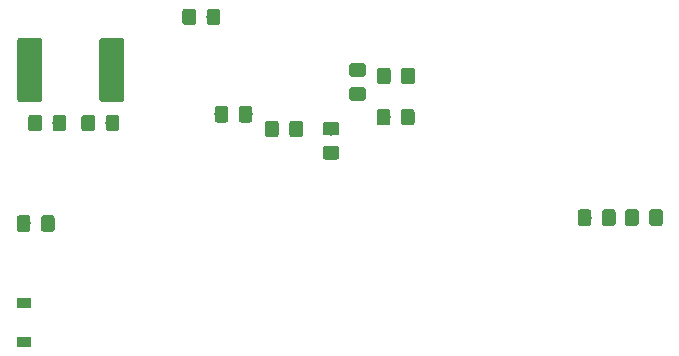
<source format=gtp>
%TF.GenerationSoftware,KiCad,Pcbnew,5.0.2+dfsg1-1*%
%TF.CreationDate,2022-04-21T18:12:01+09:00*%
%TF.ProjectId,car-psu-generic,6361722d-7073-4752-9d67-656e65726963,rev?*%
%TF.SameCoordinates,Original*%
%TF.FileFunction,Paste,Top*%
%TF.FilePolarity,Positive*%
%FSLAX46Y46*%
G04 Gerber Fmt 4.6, Leading zero omitted, Abs format (unit mm)*
G04 Created by KiCad (PCBNEW 5.0.2+dfsg1-1) date Thu 21 Apr 2022 06:12:01 PM JST*
%MOMM*%
%LPD*%
G01*
G04 APERTURE LIST*
%ADD10C,0.100000*%
%ADD11C,1.150000*%
%ADD12C,2.100000*%
%ADD13R,1.200000X0.900000*%
G04 APERTURE END LIST*
D10*
G36*
X128799505Y-65301204D02*
X128823773Y-65304804D01*
X128847572Y-65310765D01*
X128870671Y-65319030D01*
X128892850Y-65329520D01*
X128913893Y-65342132D01*
X128933599Y-65356747D01*
X128951777Y-65373223D01*
X128968253Y-65391401D01*
X128982868Y-65411107D01*
X128995480Y-65432150D01*
X129005970Y-65454329D01*
X129014235Y-65477428D01*
X129020196Y-65501227D01*
X129023796Y-65525495D01*
X129025000Y-65549999D01*
X129025000Y-66450001D01*
X129023796Y-66474505D01*
X129020196Y-66498773D01*
X129014235Y-66522572D01*
X129005970Y-66545671D01*
X128995480Y-66567850D01*
X128982868Y-66588893D01*
X128968253Y-66608599D01*
X128951777Y-66626777D01*
X128933599Y-66643253D01*
X128913893Y-66657868D01*
X128892850Y-66670480D01*
X128870671Y-66680970D01*
X128847572Y-66689235D01*
X128823773Y-66695196D01*
X128799505Y-66698796D01*
X128775001Y-66700000D01*
X128124999Y-66700000D01*
X128100495Y-66698796D01*
X128076227Y-66695196D01*
X128052428Y-66689235D01*
X128029329Y-66680970D01*
X128007150Y-66670480D01*
X127986107Y-66657868D01*
X127966401Y-66643253D01*
X127948223Y-66626777D01*
X127931747Y-66608599D01*
X127917132Y-66588893D01*
X127904520Y-66567850D01*
X127894030Y-66545671D01*
X127885765Y-66522572D01*
X127879804Y-66498773D01*
X127876204Y-66474505D01*
X127875000Y-66450001D01*
X127875000Y-65549999D01*
X127876204Y-65525495D01*
X127879804Y-65501227D01*
X127885765Y-65477428D01*
X127894030Y-65454329D01*
X127904520Y-65432150D01*
X127917132Y-65411107D01*
X127931747Y-65391401D01*
X127948223Y-65373223D01*
X127966401Y-65356747D01*
X127986107Y-65342132D01*
X128007150Y-65329520D01*
X128029329Y-65319030D01*
X128052428Y-65310765D01*
X128076227Y-65304804D01*
X128100495Y-65301204D01*
X128124999Y-65300000D01*
X128775001Y-65300000D01*
X128799505Y-65301204D01*
X128799505Y-65301204D01*
G37*
D11*
X128450000Y-66000000D03*
D10*
G36*
X130849505Y-65301204D02*
X130873773Y-65304804D01*
X130897572Y-65310765D01*
X130920671Y-65319030D01*
X130942850Y-65329520D01*
X130963893Y-65342132D01*
X130983599Y-65356747D01*
X131001777Y-65373223D01*
X131018253Y-65391401D01*
X131032868Y-65411107D01*
X131045480Y-65432150D01*
X131055970Y-65454329D01*
X131064235Y-65477428D01*
X131070196Y-65501227D01*
X131073796Y-65525495D01*
X131075000Y-65549999D01*
X131075000Y-66450001D01*
X131073796Y-66474505D01*
X131070196Y-66498773D01*
X131064235Y-66522572D01*
X131055970Y-66545671D01*
X131045480Y-66567850D01*
X131032868Y-66588893D01*
X131018253Y-66608599D01*
X131001777Y-66626777D01*
X130983599Y-66643253D01*
X130963893Y-66657868D01*
X130942850Y-66670480D01*
X130920671Y-66680970D01*
X130897572Y-66689235D01*
X130873773Y-66695196D01*
X130849505Y-66698796D01*
X130825001Y-66700000D01*
X130174999Y-66700000D01*
X130150495Y-66698796D01*
X130126227Y-66695196D01*
X130102428Y-66689235D01*
X130079329Y-66680970D01*
X130057150Y-66670480D01*
X130036107Y-66657868D01*
X130016401Y-66643253D01*
X129998223Y-66626777D01*
X129981747Y-66608599D01*
X129967132Y-66588893D01*
X129954520Y-66567850D01*
X129944030Y-66545671D01*
X129935765Y-66522572D01*
X129929804Y-66498773D01*
X129926204Y-66474505D01*
X129925000Y-66450001D01*
X129925000Y-65549999D01*
X129926204Y-65525495D01*
X129929804Y-65501227D01*
X129935765Y-65477428D01*
X129944030Y-65454329D01*
X129954520Y-65432150D01*
X129967132Y-65411107D01*
X129981747Y-65391401D01*
X129998223Y-65373223D01*
X130016401Y-65356747D01*
X130036107Y-65342132D01*
X130057150Y-65329520D01*
X130079329Y-65319030D01*
X130102428Y-65310765D01*
X130126227Y-65304804D01*
X130150495Y-65301204D01*
X130174999Y-65300000D01*
X130825001Y-65300000D01*
X130849505Y-65301204D01*
X130849505Y-65301204D01*
G37*
D11*
X130500000Y-66000000D03*
D10*
G36*
X145824505Y-73801204D02*
X145848773Y-73804804D01*
X145872572Y-73810765D01*
X145895671Y-73819030D01*
X145917850Y-73829520D01*
X145938893Y-73842132D01*
X145958599Y-73856747D01*
X145976777Y-73873223D01*
X145993253Y-73891401D01*
X146007868Y-73911107D01*
X146020480Y-73932150D01*
X146030970Y-73954329D01*
X146039235Y-73977428D01*
X146045196Y-74001227D01*
X146048796Y-74025495D01*
X146050000Y-74049999D01*
X146050000Y-74950001D01*
X146048796Y-74974505D01*
X146045196Y-74998773D01*
X146039235Y-75022572D01*
X146030970Y-75045671D01*
X146020480Y-75067850D01*
X146007868Y-75088893D01*
X145993253Y-75108599D01*
X145976777Y-75126777D01*
X145958599Y-75143253D01*
X145938893Y-75157868D01*
X145917850Y-75170480D01*
X145895671Y-75180970D01*
X145872572Y-75189235D01*
X145848773Y-75195196D01*
X145824505Y-75198796D01*
X145800001Y-75200000D01*
X145149999Y-75200000D01*
X145125495Y-75198796D01*
X145101227Y-75195196D01*
X145077428Y-75189235D01*
X145054329Y-75180970D01*
X145032150Y-75170480D01*
X145011107Y-75157868D01*
X144991401Y-75143253D01*
X144973223Y-75126777D01*
X144956747Y-75108599D01*
X144942132Y-75088893D01*
X144929520Y-75067850D01*
X144919030Y-75045671D01*
X144910765Y-75022572D01*
X144904804Y-74998773D01*
X144901204Y-74974505D01*
X144900000Y-74950001D01*
X144900000Y-74049999D01*
X144901204Y-74025495D01*
X144904804Y-74001227D01*
X144910765Y-73977428D01*
X144919030Y-73954329D01*
X144929520Y-73932150D01*
X144942132Y-73911107D01*
X144956747Y-73891401D01*
X144973223Y-73873223D01*
X144991401Y-73856747D01*
X145011107Y-73842132D01*
X145032150Y-73829520D01*
X145054329Y-73819030D01*
X145077428Y-73810765D01*
X145101227Y-73804804D01*
X145125495Y-73801204D01*
X145149999Y-73800000D01*
X145800001Y-73800000D01*
X145824505Y-73801204D01*
X145824505Y-73801204D01*
G37*
D11*
X145475000Y-74500000D03*
D10*
G36*
X147874505Y-73801204D02*
X147898773Y-73804804D01*
X147922572Y-73810765D01*
X147945671Y-73819030D01*
X147967850Y-73829520D01*
X147988893Y-73842132D01*
X148008599Y-73856747D01*
X148026777Y-73873223D01*
X148043253Y-73891401D01*
X148057868Y-73911107D01*
X148070480Y-73932150D01*
X148080970Y-73954329D01*
X148089235Y-73977428D01*
X148095196Y-74001227D01*
X148098796Y-74025495D01*
X148100000Y-74049999D01*
X148100000Y-74950001D01*
X148098796Y-74974505D01*
X148095196Y-74998773D01*
X148089235Y-75022572D01*
X148080970Y-75045671D01*
X148070480Y-75067850D01*
X148057868Y-75088893D01*
X148043253Y-75108599D01*
X148026777Y-75126777D01*
X148008599Y-75143253D01*
X147988893Y-75157868D01*
X147967850Y-75170480D01*
X147945671Y-75180970D01*
X147922572Y-75189235D01*
X147898773Y-75195196D01*
X147874505Y-75198796D01*
X147850001Y-75200000D01*
X147199999Y-75200000D01*
X147175495Y-75198796D01*
X147151227Y-75195196D01*
X147127428Y-75189235D01*
X147104329Y-75180970D01*
X147082150Y-75170480D01*
X147061107Y-75157868D01*
X147041401Y-75143253D01*
X147023223Y-75126777D01*
X147006747Y-75108599D01*
X146992132Y-75088893D01*
X146979520Y-75067850D01*
X146969030Y-75045671D01*
X146960765Y-75022572D01*
X146954804Y-74998773D01*
X146951204Y-74974505D01*
X146950000Y-74950001D01*
X146950000Y-74049999D01*
X146951204Y-74025495D01*
X146954804Y-74001227D01*
X146960765Y-73977428D01*
X146969030Y-73954329D01*
X146979520Y-73932150D01*
X146992132Y-73911107D01*
X147006747Y-73891401D01*
X147023223Y-73873223D01*
X147041401Y-73856747D01*
X147061107Y-73842132D01*
X147082150Y-73829520D01*
X147104329Y-73819030D01*
X147127428Y-73810765D01*
X147151227Y-73804804D01*
X147175495Y-73801204D01*
X147199999Y-73800000D01*
X147850001Y-73800000D01*
X147874505Y-73801204D01*
X147874505Y-73801204D01*
G37*
D11*
X147525000Y-74500000D03*
D10*
G36*
X106274504Y-59276204D02*
X106298773Y-59279804D01*
X106322571Y-59285765D01*
X106345671Y-59294030D01*
X106367849Y-59304520D01*
X106388893Y-59317133D01*
X106408598Y-59331747D01*
X106426777Y-59348223D01*
X106443253Y-59366402D01*
X106457867Y-59386107D01*
X106470480Y-59407151D01*
X106480970Y-59429329D01*
X106489235Y-59452429D01*
X106495196Y-59476227D01*
X106498796Y-59500496D01*
X106500000Y-59525000D01*
X106500000Y-64475000D01*
X106498796Y-64499504D01*
X106495196Y-64523773D01*
X106489235Y-64547571D01*
X106480970Y-64570671D01*
X106470480Y-64592849D01*
X106457867Y-64613893D01*
X106443253Y-64633598D01*
X106426777Y-64651777D01*
X106408598Y-64668253D01*
X106388893Y-64682867D01*
X106367849Y-64695480D01*
X106345671Y-64705970D01*
X106322571Y-64714235D01*
X106298773Y-64720196D01*
X106274504Y-64723796D01*
X106250000Y-64725000D01*
X104650000Y-64725000D01*
X104625496Y-64723796D01*
X104601227Y-64720196D01*
X104577429Y-64714235D01*
X104554329Y-64705970D01*
X104532151Y-64695480D01*
X104511107Y-64682867D01*
X104491402Y-64668253D01*
X104473223Y-64651777D01*
X104456747Y-64633598D01*
X104442133Y-64613893D01*
X104429520Y-64592849D01*
X104419030Y-64570671D01*
X104410765Y-64547571D01*
X104404804Y-64523773D01*
X104401204Y-64499504D01*
X104400000Y-64475000D01*
X104400000Y-59525000D01*
X104401204Y-59500496D01*
X104404804Y-59476227D01*
X104410765Y-59452429D01*
X104419030Y-59429329D01*
X104429520Y-59407151D01*
X104442133Y-59386107D01*
X104456747Y-59366402D01*
X104473223Y-59348223D01*
X104491402Y-59331747D01*
X104511107Y-59317133D01*
X104532151Y-59304520D01*
X104554329Y-59294030D01*
X104577429Y-59285765D01*
X104601227Y-59279804D01*
X104625496Y-59276204D01*
X104650000Y-59275000D01*
X106250000Y-59275000D01*
X106274504Y-59276204D01*
X106274504Y-59276204D01*
G37*
D12*
X105450000Y-62000000D03*
D10*
G36*
X99324504Y-59276204D02*
X99348773Y-59279804D01*
X99372571Y-59285765D01*
X99395671Y-59294030D01*
X99417849Y-59304520D01*
X99438893Y-59317133D01*
X99458598Y-59331747D01*
X99476777Y-59348223D01*
X99493253Y-59366402D01*
X99507867Y-59386107D01*
X99520480Y-59407151D01*
X99530970Y-59429329D01*
X99539235Y-59452429D01*
X99545196Y-59476227D01*
X99548796Y-59500496D01*
X99550000Y-59525000D01*
X99550000Y-64475000D01*
X99548796Y-64499504D01*
X99545196Y-64523773D01*
X99539235Y-64547571D01*
X99530970Y-64570671D01*
X99520480Y-64592849D01*
X99507867Y-64613893D01*
X99493253Y-64633598D01*
X99476777Y-64651777D01*
X99458598Y-64668253D01*
X99438893Y-64682867D01*
X99417849Y-64695480D01*
X99395671Y-64705970D01*
X99372571Y-64714235D01*
X99348773Y-64720196D01*
X99324504Y-64723796D01*
X99300000Y-64725000D01*
X97700000Y-64725000D01*
X97675496Y-64723796D01*
X97651227Y-64720196D01*
X97627429Y-64714235D01*
X97604329Y-64705970D01*
X97582151Y-64695480D01*
X97561107Y-64682867D01*
X97541402Y-64668253D01*
X97523223Y-64651777D01*
X97506747Y-64633598D01*
X97492133Y-64613893D01*
X97479520Y-64592849D01*
X97469030Y-64570671D01*
X97460765Y-64547571D01*
X97454804Y-64523773D01*
X97451204Y-64499504D01*
X97450000Y-64475000D01*
X97450000Y-59525000D01*
X97451204Y-59500496D01*
X97454804Y-59476227D01*
X97460765Y-59452429D01*
X97469030Y-59429329D01*
X97479520Y-59407151D01*
X97492133Y-59386107D01*
X97506747Y-59366402D01*
X97523223Y-59348223D01*
X97541402Y-59331747D01*
X97561107Y-59317133D01*
X97582151Y-59304520D01*
X97604329Y-59294030D01*
X97627429Y-59285765D01*
X97651227Y-59279804D01*
X97675496Y-59276204D01*
X97700000Y-59275000D01*
X99300000Y-59275000D01*
X99324504Y-59276204D01*
X99324504Y-59276204D01*
G37*
D12*
X98500000Y-62000000D03*
D10*
G36*
X103799505Y-65801204D02*
X103823773Y-65804804D01*
X103847572Y-65810765D01*
X103870671Y-65819030D01*
X103892850Y-65829520D01*
X103913893Y-65842132D01*
X103933599Y-65856747D01*
X103951777Y-65873223D01*
X103968253Y-65891401D01*
X103982868Y-65911107D01*
X103995480Y-65932150D01*
X104005970Y-65954329D01*
X104014235Y-65977428D01*
X104020196Y-66001227D01*
X104023796Y-66025495D01*
X104025000Y-66049999D01*
X104025000Y-66950001D01*
X104023796Y-66974505D01*
X104020196Y-66998773D01*
X104014235Y-67022572D01*
X104005970Y-67045671D01*
X103995480Y-67067850D01*
X103982868Y-67088893D01*
X103968253Y-67108599D01*
X103951777Y-67126777D01*
X103933599Y-67143253D01*
X103913893Y-67157868D01*
X103892850Y-67170480D01*
X103870671Y-67180970D01*
X103847572Y-67189235D01*
X103823773Y-67195196D01*
X103799505Y-67198796D01*
X103775001Y-67200000D01*
X103124999Y-67200000D01*
X103100495Y-67198796D01*
X103076227Y-67195196D01*
X103052428Y-67189235D01*
X103029329Y-67180970D01*
X103007150Y-67170480D01*
X102986107Y-67157868D01*
X102966401Y-67143253D01*
X102948223Y-67126777D01*
X102931747Y-67108599D01*
X102917132Y-67088893D01*
X102904520Y-67067850D01*
X102894030Y-67045671D01*
X102885765Y-67022572D01*
X102879804Y-66998773D01*
X102876204Y-66974505D01*
X102875000Y-66950001D01*
X102875000Y-66049999D01*
X102876204Y-66025495D01*
X102879804Y-66001227D01*
X102885765Y-65977428D01*
X102894030Y-65954329D01*
X102904520Y-65932150D01*
X102917132Y-65911107D01*
X102931747Y-65891401D01*
X102948223Y-65873223D01*
X102966401Y-65856747D01*
X102986107Y-65842132D01*
X103007150Y-65829520D01*
X103029329Y-65819030D01*
X103052428Y-65810765D01*
X103076227Y-65804804D01*
X103100495Y-65801204D01*
X103124999Y-65800000D01*
X103775001Y-65800000D01*
X103799505Y-65801204D01*
X103799505Y-65801204D01*
G37*
D11*
X103450000Y-66500000D03*
D10*
G36*
X105849505Y-65801204D02*
X105873773Y-65804804D01*
X105897572Y-65810765D01*
X105920671Y-65819030D01*
X105942850Y-65829520D01*
X105963893Y-65842132D01*
X105983599Y-65856747D01*
X106001777Y-65873223D01*
X106018253Y-65891401D01*
X106032868Y-65911107D01*
X106045480Y-65932150D01*
X106055970Y-65954329D01*
X106064235Y-65977428D01*
X106070196Y-66001227D01*
X106073796Y-66025495D01*
X106075000Y-66049999D01*
X106075000Y-66950001D01*
X106073796Y-66974505D01*
X106070196Y-66998773D01*
X106064235Y-67022572D01*
X106055970Y-67045671D01*
X106045480Y-67067850D01*
X106032868Y-67088893D01*
X106018253Y-67108599D01*
X106001777Y-67126777D01*
X105983599Y-67143253D01*
X105963893Y-67157868D01*
X105942850Y-67170480D01*
X105920671Y-67180970D01*
X105897572Y-67189235D01*
X105873773Y-67195196D01*
X105849505Y-67198796D01*
X105825001Y-67200000D01*
X105174999Y-67200000D01*
X105150495Y-67198796D01*
X105126227Y-67195196D01*
X105102428Y-67189235D01*
X105079329Y-67180970D01*
X105057150Y-67170480D01*
X105036107Y-67157868D01*
X105016401Y-67143253D01*
X104998223Y-67126777D01*
X104981747Y-67108599D01*
X104967132Y-67088893D01*
X104954520Y-67067850D01*
X104944030Y-67045671D01*
X104935765Y-67022572D01*
X104929804Y-66998773D01*
X104926204Y-66974505D01*
X104925000Y-66950001D01*
X104925000Y-66049999D01*
X104926204Y-66025495D01*
X104929804Y-66001227D01*
X104935765Y-65977428D01*
X104944030Y-65954329D01*
X104954520Y-65932150D01*
X104967132Y-65911107D01*
X104981747Y-65891401D01*
X104998223Y-65873223D01*
X105016401Y-65856747D01*
X105036107Y-65842132D01*
X105057150Y-65829520D01*
X105079329Y-65819030D01*
X105102428Y-65810765D01*
X105126227Y-65804804D01*
X105150495Y-65801204D01*
X105174999Y-65800000D01*
X105825001Y-65800000D01*
X105849505Y-65801204D01*
X105849505Y-65801204D01*
G37*
D11*
X105500000Y-66500000D03*
D10*
G36*
X112349505Y-56801204D02*
X112373773Y-56804804D01*
X112397572Y-56810765D01*
X112420671Y-56819030D01*
X112442850Y-56829520D01*
X112463893Y-56842132D01*
X112483599Y-56856747D01*
X112501777Y-56873223D01*
X112518253Y-56891401D01*
X112532868Y-56911107D01*
X112545480Y-56932150D01*
X112555970Y-56954329D01*
X112564235Y-56977428D01*
X112570196Y-57001227D01*
X112573796Y-57025495D01*
X112575000Y-57049999D01*
X112575000Y-57950001D01*
X112573796Y-57974505D01*
X112570196Y-57998773D01*
X112564235Y-58022572D01*
X112555970Y-58045671D01*
X112545480Y-58067850D01*
X112532868Y-58088893D01*
X112518253Y-58108599D01*
X112501777Y-58126777D01*
X112483599Y-58143253D01*
X112463893Y-58157868D01*
X112442850Y-58170480D01*
X112420671Y-58180970D01*
X112397572Y-58189235D01*
X112373773Y-58195196D01*
X112349505Y-58198796D01*
X112325001Y-58200000D01*
X111674999Y-58200000D01*
X111650495Y-58198796D01*
X111626227Y-58195196D01*
X111602428Y-58189235D01*
X111579329Y-58180970D01*
X111557150Y-58170480D01*
X111536107Y-58157868D01*
X111516401Y-58143253D01*
X111498223Y-58126777D01*
X111481747Y-58108599D01*
X111467132Y-58088893D01*
X111454520Y-58067850D01*
X111444030Y-58045671D01*
X111435765Y-58022572D01*
X111429804Y-57998773D01*
X111426204Y-57974505D01*
X111425000Y-57950001D01*
X111425000Y-57049999D01*
X111426204Y-57025495D01*
X111429804Y-57001227D01*
X111435765Y-56977428D01*
X111444030Y-56954329D01*
X111454520Y-56932150D01*
X111467132Y-56911107D01*
X111481747Y-56891401D01*
X111498223Y-56873223D01*
X111516401Y-56856747D01*
X111536107Y-56842132D01*
X111557150Y-56829520D01*
X111579329Y-56819030D01*
X111602428Y-56810765D01*
X111626227Y-56804804D01*
X111650495Y-56801204D01*
X111674999Y-56800000D01*
X112325001Y-56800000D01*
X112349505Y-56801204D01*
X112349505Y-56801204D01*
G37*
D11*
X112000000Y-57500000D03*
D10*
G36*
X114399505Y-56801204D02*
X114423773Y-56804804D01*
X114447572Y-56810765D01*
X114470671Y-56819030D01*
X114492850Y-56829520D01*
X114513893Y-56842132D01*
X114533599Y-56856747D01*
X114551777Y-56873223D01*
X114568253Y-56891401D01*
X114582868Y-56911107D01*
X114595480Y-56932150D01*
X114605970Y-56954329D01*
X114614235Y-56977428D01*
X114620196Y-57001227D01*
X114623796Y-57025495D01*
X114625000Y-57049999D01*
X114625000Y-57950001D01*
X114623796Y-57974505D01*
X114620196Y-57998773D01*
X114614235Y-58022572D01*
X114605970Y-58045671D01*
X114595480Y-58067850D01*
X114582868Y-58088893D01*
X114568253Y-58108599D01*
X114551777Y-58126777D01*
X114533599Y-58143253D01*
X114513893Y-58157868D01*
X114492850Y-58170480D01*
X114470671Y-58180970D01*
X114447572Y-58189235D01*
X114423773Y-58195196D01*
X114399505Y-58198796D01*
X114375001Y-58200000D01*
X113724999Y-58200000D01*
X113700495Y-58198796D01*
X113676227Y-58195196D01*
X113652428Y-58189235D01*
X113629329Y-58180970D01*
X113607150Y-58170480D01*
X113586107Y-58157868D01*
X113566401Y-58143253D01*
X113548223Y-58126777D01*
X113531747Y-58108599D01*
X113517132Y-58088893D01*
X113504520Y-58067850D01*
X113494030Y-58045671D01*
X113485765Y-58022572D01*
X113479804Y-57998773D01*
X113476204Y-57974505D01*
X113475000Y-57950001D01*
X113475000Y-57049999D01*
X113476204Y-57025495D01*
X113479804Y-57001227D01*
X113485765Y-56977428D01*
X113494030Y-56954329D01*
X113504520Y-56932150D01*
X113517132Y-56911107D01*
X113531747Y-56891401D01*
X113548223Y-56873223D01*
X113566401Y-56856747D01*
X113586107Y-56842132D01*
X113607150Y-56829520D01*
X113629329Y-56819030D01*
X113652428Y-56810765D01*
X113676227Y-56804804D01*
X113700495Y-56801204D01*
X113724999Y-56800000D01*
X114375001Y-56800000D01*
X114399505Y-56801204D01*
X114399505Y-56801204D01*
G37*
D11*
X114050000Y-57500000D03*
D10*
G36*
X149824505Y-73801204D02*
X149848773Y-73804804D01*
X149872572Y-73810765D01*
X149895671Y-73819030D01*
X149917850Y-73829520D01*
X149938893Y-73842132D01*
X149958599Y-73856747D01*
X149976777Y-73873223D01*
X149993253Y-73891401D01*
X150007868Y-73911107D01*
X150020480Y-73932150D01*
X150030970Y-73954329D01*
X150039235Y-73977428D01*
X150045196Y-74001227D01*
X150048796Y-74025495D01*
X150050000Y-74049999D01*
X150050000Y-74950001D01*
X150048796Y-74974505D01*
X150045196Y-74998773D01*
X150039235Y-75022572D01*
X150030970Y-75045671D01*
X150020480Y-75067850D01*
X150007868Y-75088893D01*
X149993253Y-75108599D01*
X149976777Y-75126777D01*
X149958599Y-75143253D01*
X149938893Y-75157868D01*
X149917850Y-75170480D01*
X149895671Y-75180970D01*
X149872572Y-75189235D01*
X149848773Y-75195196D01*
X149824505Y-75198796D01*
X149800001Y-75200000D01*
X149149999Y-75200000D01*
X149125495Y-75198796D01*
X149101227Y-75195196D01*
X149077428Y-75189235D01*
X149054329Y-75180970D01*
X149032150Y-75170480D01*
X149011107Y-75157868D01*
X148991401Y-75143253D01*
X148973223Y-75126777D01*
X148956747Y-75108599D01*
X148942132Y-75088893D01*
X148929520Y-75067850D01*
X148919030Y-75045671D01*
X148910765Y-75022572D01*
X148904804Y-74998773D01*
X148901204Y-74974505D01*
X148900000Y-74950001D01*
X148900000Y-74049999D01*
X148901204Y-74025495D01*
X148904804Y-74001227D01*
X148910765Y-73977428D01*
X148919030Y-73954329D01*
X148929520Y-73932150D01*
X148942132Y-73911107D01*
X148956747Y-73891401D01*
X148973223Y-73873223D01*
X148991401Y-73856747D01*
X149011107Y-73842132D01*
X149032150Y-73829520D01*
X149054329Y-73819030D01*
X149077428Y-73810765D01*
X149101227Y-73804804D01*
X149125495Y-73801204D01*
X149149999Y-73800000D01*
X149800001Y-73800000D01*
X149824505Y-73801204D01*
X149824505Y-73801204D01*
G37*
D11*
X149475000Y-74500000D03*
D10*
G36*
X151874505Y-73801204D02*
X151898773Y-73804804D01*
X151922572Y-73810765D01*
X151945671Y-73819030D01*
X151967850Y-73829520D01*
X151988893Y-73842132D01*
X152008599Y-73856747D01*
X152026777Y-73873223D01*
X152043253Y-73891401D01*
X152057868Y-73911107D01*
X152070480Y-73932150D01*
X152080970Y-73954329D01*
X152089235Y-73977428D01*
X152095196Y-74001227D01*
X152098796Y-74025495D01*
X152100000Y-74049999D01*
X152100000Y-74950001D01*
X152098796Y-74974505D01*
X152095196Y-74998773D01*
X152089235Y-75022572D01*
X152080970Y-75045671D01*
X152070480Y-75067850D01*
X152057868Y-75088893D01*
X152043253Y-75108599D01*
X152026777Y-75126777D01*
X152008599Y-75143253D01*
X151988893Y-75157868D01*
X151967850Y-75170480D01*
X151945671Y-75180970D01*
X151922572Y-75189235D01*
X151898773Y-75195196D01*
X151874505Y-75198796D01*
X151850001Y-75200000D01*
X151199999Y-75200000D01*
X151175495Y-75198796D01*
X151151227Y-75195196D01*
X151127428Y-75189235D01*
X151104329Y-75180970D01*
X151082150Y-75170480D01*
X151061107Y-75157868D01*
X151041401Y-75143253D01*
X151023223Y-75126777D01*
X151006747Y-75108599D01*
X150992132Y-75088893D01*
X150979520Y-75067850D01*
X150969030Y-75045671D01*
X150960765Y-75022572D01*
X150954804Y-74998773D01*
X150951204Y-74974505D01*
X150950000Y-74950001D01*
X150950000Y-74049999D01*
X150951204Y-74025495D01*
X150954804Y-74001227D01*
X150960765Y-73977428D01*
X150969030Y-73954329D01*
X150979520Y-73932150D01*
X150992132Y-73911107D01*
X151006747Y-73891401D01*
X151023223Y-73873223D01*
X151041401Y-73856747D01*
X151061107Y-73842132D01*
X151082150Y-73829520D01*
X151104329Y-73819030D01*
X151127428Y-73810765D01*
X151151227Y-73804804D01*
X151175495Y-73801204D01*
X151199999Y-73800000D01*
X151850001Y-73800000D01*
X151874505Y-73801204D01*
X151874505Y-73801204D01*
G37*
D11*
X151525000Y-74500000D03*
D10*
G36*
X99299505Y-65801204D02*
X99323773Y-65804804D01*
X99347572Y-65810765D01*
X99370671Y-65819030D01*
X99392850Y-65829520D01*
X99413893Y-65842132D01*
X99433599Y-65856747D01*
X99451777Y-65873223D01*
X99468253Y-65891401D01*
X99482868Y-65911107D01*
X99495480Y-65932150D01*
X99505970Y-65954329D01*
X99514235Y-65977428D01*
X99520196Y-66001227D01*
X99523796Y-66025495D01*
X99525000Y-66049999D01*
X99525000Y-66950001D01*
X99523796Y-66974505D01*
X99520196Y-66998773D01*
X99514235Y-67022572D01*
X99505970Y-67045671D01*
X99495480Y-67067850D01*
X99482868Y-67088893D01*
X99468253Y-67108599D01*
X99451777Y-67126777D01*
X99433599Y-67143253D01*
X99413893Y-67157868D01*
X99392850Y-67170480D01*
X99370671Y-67180970D01*
X99347572Y-67189235D01*
X99323773Y-67195196D01*
X99299505Y-67198796D01*
X99275001Y-67200000D01*
X98624999Y-67200000D01*
X98600495Y-67198796D01*
X98576227Y-67195196D01*
X98552428Y-67189235D01*
X98529329Y-67180970D01*
X98507150Y-67170480D01*
X98486107Y-67157868D01*
X98466401Y-67143253D01*
X98448223Y-67126777D01*
X98431747Y-67108599D01*
X98417132Y-67088893D01*
X98404520Y-67067850D01*
X98394030Y-67045671D01*
X98385765Y-67022572D01*
X98379804Y-66998773D01*
X98376204Y-66974505D01*
X98375000Y-66950001D01*
X98375000Y-66049999D01*
X98376204Y-66025495D01*
X98379804Y-66001227D01*
X98385765Y-65977428D01*
X98394030Y-65954329D01*
X98404520Y-65932150D01*
X98417132Y-65911107D01*
X98431747Y-65891401D01*
X98448223Y-65873223D01*
X98466401Y-65856747D01*
X98486107Y-65842132D01*
X98507150Y-65829520D01*
X98529329Y-65819030D01*
X98552428Y-65810765D01*
X98576227Y-65804804D01*
X98600495Y-65801204D01*
X98624999Y-65800000D01*
X99275001Y-65800000D01*
X99299505Y-65801204D01*
X99299505Y-65801204D01*
G37*
D11*
X98950000Y-66500000D03*
D10*
G36*
X101349505Y-65801204D02*
X101373773Y-65804804D01*
X101397572Y-65810765D01*
X101420671Y-65819030D01*
X101442850Y-65829520D01*
X101463893Y-65842132D01*
X101483599Y-65856747D01*
X101501777Y-65873223D01*
X101518253Y-65891401D01*
X101532868Y-65911107D01*
X101545480Y-65932150D01*
X101555970Y-65954329D01*
X101564235Y-65977428D01*
X101570196Y-66001227D01*
X101573796Y-66025495D01*
X101575000Y-66049999D01*
X101575000Y-66950001D01*
X101573796Y-66974505D01*
X101570196Y-66998773D01*
X101564235Y-67022572D01*
X101555970Y-67045671D01*
X101545480Y-67067850D01*
X101532868Y-67088893D01*
X101518253Y-67108599D01*
X101501777Y-67126777D01*
X101483599Y-67143253D01*
X101463893Y-67157868D01*
X101442850Y-67170480D01*
X101420671Y-67180970D01*
X101397572Y-67189235D01*
X101373773Y-67195196D01*
X101349505Y-67198796D01*
X101325001Y-67200000D01*
X100674999Y-67200000D01*
X100650495Y-67198796D01*
X100626227Y-67195196D01*
X100602428Y-67189235D01*
X100579329Y-67180970D01*
X100557150Y-67170480D01*
X100536107Y-67157868D01*
X100516401Y-67143253D01*
X100498223Y-67126777D01*
X100481747Y-67108599D01*
X100467132Y-67088893D01*
X100454520Y-67067850D01*
X100444030Y-67045671D01*
X100435765Y-67022572D01*
X100429804Y-66998773D01*
X100426204Y-66974505D01*
X100425000Y-66950001D01*
X100425000Y-66049999D01*
X100426204Y-66025495D01*
X100429804Y-66001227D01*
X100435765Y-65977428D01*
X100444030Y-65954329D01*
X100454520Y-65932150D01*
X100467132Y-65911107D01*
X100481747Y-65891401D01*
X100498223Y-65873223D01*
X100516401Y-65856747D01*
X100536107Y-65842132D01*
X100557150Y-65829520D01*
X100579329Y-65819030D01*
X100602428Y-65810765D01*
X100626227Y-65804804D01*
X100650495Y-65801204D01*
X100674999Y-65800000D01*
X101325001Y-65800000D01*
X101349505Y-65801204D01*
X101349505Y-65801204D01*
G37*
D11*
X101000000Y-66500000D03*
D10*
G36*
X128824505Y-61801204D02*
X128848773Y-61804804D01*
X128872572Y-61810765D01*
X128895671Y-61819030D01*
X128917850Y-61829520D01*
X128938893Y-61842132D01*
X128958599Y-61856747D01*
X128976777Y-61873223D01*
X128993253Y-61891401D01*
X129007868Y-61911107D01*
X129020480Y-61932150D01*
X129030970Y-61954329D01*
X129039235Y-61977428D01*
X129045196Y-62001227D01*
X129048796Y-62025495D01*
X129050000Y-62049999D01*
X129050000Y-62950001D01*
X129048796Y-62974505D01*
X129045196Y-62998773D01*
X129039235Y-63022572D01*
X129030970Y-63045671D01*
X129020480Y-63067850D01*
X129007868Y-63088893D01*
X128993253Y-63108599D01*
X128976777Y-63126777D01*
X128958599Y-63143253D01*
X128938893Y-63157868D01*
X128917850Y-63170480D01*
X128895671Y-63180970D01*
X128872572Y-63189235D01*
X128848773Y-63195196D01*
X128824505Y-63198796D01*
X128800001Y-63200000D01*
X128149999Y-63200000D01*
X128125495Y-63198796D01*
X128101227Y-63195196D01*
X128077428Y-63189235D01*
X128054329Y-63180970D01*
X128032150Y-63170480D01*
X128011107Y-63157868D01*
X127991401Y-63143253D01*
X127973223Y-63126777D01*
X127956747Y-63108599D01*
X127942132Y-63088893D01*
X127929520Y-63067850D01*
X127919030Y-63045671D01*
X127910765Y-63022572D01*
X127904804Y-62998773D01*
X127901204Y-62974505D01*
X127900000Y-62950001D01*
X127900000Y-62049999D01*
X127901204Y-62025495D01*
X127904804Y-62001227D01*
X127910765Y-61977428D01*
X127919030Y-61954329D01*
X127929520Y-61932150D01*
X127942132Y-61911107D01*
X127956747Y-61891401D01*
X127973223Y-61873223D01*
X127991401Y-61856747D01*
X128011107Y-61842132D01*
X128032150Y-61829520D01*
X128054329Y-61819030D01*
X128077428Y-61810765D01*
X128101227Y-61804804D01*
X128125495Y-61801204D01*
X128149999Y-61800000D01*
X128800001Y-61800000D01*
X128824505Y-61801204D01*
X128824505Y-61801204D01*
G37*
D11*
X128475000Y-62500000D03*
D10*
G36*
X130874505Y-61801204D02*
X130898773Y-61804804D01*
X130922572Y-61810765D01*
X130945671Y-61819030D01*
X130967850Y-61829520D01*
X130988893Y-61842132D01*
X131008599Y-61856747D01*
X131026777Y-61873223D01*
X131043253Y-61891401D01*
X131057868Y-61911107D01*
X131070480Y-61932150D01*
X131080970Y-61954329D01*
X131089235Y-61977428D01*
X131095196Y-62001227D01*
X131098796Y-62025495D01*
X131100000Y-62049999D01*
X131100000Y-62950001D01*
X131098796Y-62974505D01*
X131095196Y-62998773D01*
X131089235Y-63022572D01*
X131080970Y-63045671D01*
X131070480Y-63067850D01*
X131057868Y-63088893D01*
X131043253Y-63108599D01*
X131026777Y-63126777D01*
X131008599Y-63143253D01*
X130988893Y-63157868D01*
X130967850Y-63170480D01*
X130945671Y-63180970D01*
X130922572Y-63189235D01*
X130898773Y-63195196D01*
X130874505Y-63198796D01*
X130850001Y-63200000D01*
X130199999Y-63200000D01*
X130175495Y-63198796D01*
X130151227Y-63195196D01*
X130127428Y-63189235D01*
X130104329Y-63180970D01*
X130082150Y-63170480D01*
X130061107Y-63157868D01*
X130041401Y-63143253D01*
X130023223Y-63126777D01*
X130006747Y-63108599D01*
X129992132Y-63088893D01*
X129979520Y-63067850D01*
X129969030Y-63045671D01*
X129960765Y-63022572D01*
X129954804Y-62998773D01*
X129951204Y-62974505D01*
X129950000Y-62950001D01*
X129950000Y-62049999D01*
X129951204Y-62025495D01*
X129954804Y-62001227D01*
X129960765Y-61977428D01*
X129969030Y-61954329D01*
X129979520Y-61932150D01*
X129992132Y-61911107D01*
X130006747Y-61891401D01*
X130023223Y-61873223D01*
X130041401Y-61856747D01*
X130061107Y-61842132D01*
X130082150Y-61829520D01*
X130104329Y-61819030D01*
X130127428Y-61810765D01*
X130151227Y-61804804D01*
X130175495Y-61801204D01*
X130199999Y-61800000D01*
X130850001Y-61800000D01*
X130874505Y-61801204D01*
X130874505Y-61801204D01*
G37*
D11*
X130525000Y-62500000D03*
D13*
X98000000Y-81750000D03*
X98000000Y-85050000D03*
D10*
G36*
X100374505Y-74301204D02*
X100398773Y-74304804D01*
X100422572Y-74310765D01*
X100445671Y-74319030D01*
X100467850Y-74329520D01*
X100488893Y-74342132D01*
X100508599Y-74356747D01*
X100526777Y-74373223D01*
X100543253Y-74391401D01*
X100557868Y-74411107D01*
X100570480Y-74432150D01*
X100580970Y-74454329D01*
X100589235Y-74477428D01*
X100595196Y-74501227D01*
X100598796Y-74525495D01*
X100600000Y-74549999D01*
X100600000Y-75450001D01*
X100598796Y-75474505D01*
X100595196Y-75498773D01*
X100589235Y-75522572D01*
X100580970Y-75545671D01*
X100570480Y-75567850D01*
X100557868Y-75588893D01*
X100543253Y-75608599D01*
X100526777Y-75626777D01*
X100508599Y-75643253D01*
X100488893Y-75657868D01*
X100467850Y-75670480D01*
X100445671Y-75680970D01*
X100422572Y-75689235D01*
X100398773Y-75695196D01*
X100374505Y-75698796D01*
X100350001Y-75700000D01*
X99699999Y-75700000D01*
X99675495Y-75698796D01*
X99651227Y-75695196D01*
X99627428Y-75689235D01*
X99604329Y-75680970D01*
X99582150Y-75670480D01*
X99561107Y-75657868D01*
X99541401Y-75643253D01*
X99523223Y-75626777D01*
X99506747Y-75608599D01*
X99492132Y-75588893D01*
X99479520Y-75567850D01*
X99469030Y-75545671D01*
X99460765Y-75522572D01*
X99454804Y-75498773D01*
X99451204Y-75474505D01*
X99450000Y-75450001D01*
X99450000Y-74549999D01*
X99451204Y-74525495D01*
X99454804Y-74501227D01*
X99460765Y-74477428D01*
X99469030Y-74454329D01*
X99479520Y-74432150D01*
X99492132Y-74411107D01*
X99506747Y-74391401D01*
X99523223Y-74373223D01*
X99541401Y-74356747D01*
X99561107Y-74342132D01*
X99582150Y-74329520D01*
X99604329Y-74319030D01*
X99627428Y-74310765D01*
X99651227Y-74304804D01*
X99675495Y-74301204D01*
X99699999Y-74300000D01*
X100350001Y-74300000D01*
X100374505Y-74301204D01*
X100374505Y-74301204D01*
G37*
D11*
X100025000Y-75000000D03*
D10*
G36*
X98324505Y-74301204D02*
X98348773Y-74304804D01*
X98372572Y-74310765D01*
X98395671Y-74319030D01*
X98417850Y-74329520D01*
X98438893Y-74342132D01*
X98458599Y-74356747D01*
X98476777Y-74373223D01*
X98493253Y-74391401D01*
X98507868Y-74411107D01*
X98520480Y-74432150D01*
X98530970Y-74454329D01*
X98539235Y-74477428D01*
X98545196Y-74501227D01*
X98548796Y-74525495D01*
X98550000Y-74549999D01*
X98550000Y-75450001D01*
X98548796Y-75474505D01*
X98545196Y-75498773D01*
X98539235Y-75522572D01*
X98530970Y-75545671D01*
X98520480Y-75567850D01*
X98507868Y-75588893D01*
X98493253Y-75608599D01*
X98476777Y-75626777D01*
X98458599Y-75643253D01*
X98438893Y-75657868D01*
X98417850Y-75670480D01*
X98395671Y-75680970D01*
X98372572Y-75689235D01*
X98348773Y-75695196D01*
X98324505Y-75698796D01*
X98300001Y-75700000D01*
X97649999Y-75700000D01*
X97625495Y-75698796D01*
X97601227Y-75695196D01*
X97577428Y-75689235D01*
X97554329Y-75680970D01*
X97532150Y-75670480D01*
X97511107Y-75657868D01*
X97491401Y-75643253D01*
X97473223Y-75626777D01*
X97456747Y-75608599D01*
X97442132Y-75588893D01*
X97429520Y-75567850D01*
X97419030Y-75545671D01*
X97410765Y-75522572D01*
X97404804Y-75498773D01*
X97401204Y-75474505D01*
X97400000Y-75450001D01*
X97400000Y-74549999D01*
X97401204Y-74525495D01*
X97404804Y-74501227D01*
X97410765Y-74477428D01*
X97419030Y-74454329D01*
X97429520Y-74432150D01*
X97442132Y-74411107D01*
X97456747Y-74391401D01*
X97473223Y-74373223D01*
X97491401Y-74356747D01*
X97511107Y-74342132D01*
X97532150Y-74329520D01*
X97554329Y-74319030D01*
X97577428Y-74310765D01*
X97601227Y-74304804D01*
X97625495Y-74301204D01*
X97649999Y-74300000D01*
X98300001Y-74300000D01*
X98324505Y-74301204D01*
X98324505Y-74301204D01*
G37*
D11*
X97975000Y-75000000D03*
D10*
G36*
X124474505Y-68451204D02*
X124498773Y-68454804D01*
X124522572Y-68460765D01*
X124545671Y-68469030D01*
X124567850Y-68479520D01*
X124588893Y-68492132D01*
X124608599Y-68506747D01*
X124626777Y-68523223D01*
X124643253Y-68541401D01*
X124657868Y-68561107D01*
X124670480Y-68582150D01*
X124680970Y-68604329D01*
X124689235Y-68627428D01*
X124695196Y-68651227D01*
X124698796Y-68675495D01*
X124700000Y-68699999D01*
X124700000Y-69350001D01*
X124698796Y-69374505D01*
X124695196Y-69398773D01*
X124689235Y-69422572D01*
X124680970Y-69445671D01*
X124670480Y-69467850D01*
X124657868Y-69488893D01*
X124643253Y-69508599D01*
X124626777Y-69526777D01*
X124608599Y-69543253D01*
X124588893Y-69557868D01*
X124567850Y-69570480D01*
X124545671Y-69580970D01*
X124522572Y-69589235D01*
X124498773Y-69595196D01*
X124474505Y-69598796D01*
X124450001Y-69600000D01*
X123549999Y-69600000D01*
X123525495Y-69598796D01*
X123501227Y-69595196D01*
X123477428Y-69589235D01*
X123454329Y-69580970D01*
X123432150Y-69570480D01*
X123411107Y-69557868D01*
X123391401Y-69543253D01*
X123373223Y-69526777D01*
X123356747Y-69508599D01*
X123342132Y-69488893D01*
X123329520Y-69467850D01*
X123319030Y-69445671D01*
X123310765Y-69422572D01*
X123304804Y-69398773D01*
X123301204Y-69374505D01*
X123300000Y-69350001D01*
X123300000Y-68699999D01*
X123301204Y-68675495D01*
X123304804Y-68651227D01*
X123310765Y-68627428D01*
X123319030Y-68604329D01*
X123329520Y-68582150D01*
X123342132Y-68561107D01*
X123356747Y-68541401D01*
X123373223Y-68523223D01*
X123391401Y-68506747D01*
X123411107Y-68492132D01*
X123432150Y-68479520D01*
X123454329Y-68469030D01*
X123477428Y-68460765D01*
X123501227Y-68454804D01*
X123525495Y-68451204D01*
X123549999Y-68450000D01*
X124450001Y-68450000D01*
X124474505Y-68451204D01*
X124474505Y-68451204D01*
G37*
D11*
X124000000Y-69025000D03*
D10*
G36*
X124474505Y-66401204D02*
X124498773Y-66404804D01*
X124522572Y-66410765D01*
X124545671Y-66419030D01*
X124567850Y-66429520D01*
X124588893Y-66442132D01*
X124608599Y-66456747D01*
X124626777Y-66473223D01*
X124643253Y-66491401D01*
X124657868Y-66511107D01*
X124670480Y-66532150D01*
X124680970Y-66554329D01*
X124689235Y-66577428D01*
X124695196Y-66601227D01*
X124698796Y-66625495D01*
X124700000Y-66649999D01*
X124700000Y-67300001D01*
X124698796Y-67324505D01*
X124695196Y-67348773D01*
X124689235Y-67372572D01*
X124680970Y-67395671D01*
X124670480Y-67417850D01*
X124657868Y-67438893D01*
X124643253Y-67458599D01*
X124626777Y-67476777D01*
X124608599Y-67493253D01*
X124588893Y-67507868D01*
X124567850Y-67520480D01*
X124545671Y-67530970D01*
X124522572Y-67539235D01*
X124498773Y-67545196D01*
X124474505Y-67548796D01*
X124450001Y-67550000D01*
X123549999Y-67550000D01*
X123525495Y-67548796D01*
X123501227Y-67545196D01*
X123477428Y-67539235D01*
X123454329Y-67530970D01*
X123432150Y-67520480D01*
X123411107Y-67507868D01*
X123391401Y-67493253D01*
X123373223Y-67476777D01*
X123356747Y-67458599D01*
X123342132Y-67438893D01*
X123329520Y-67417850D01*
X123319030Y-67395671D01*
X123310765Y-67372572D01*
X123304804Y-67348773D01*
X123301204Y-67324505D01*
X123300000Y-67300001D01*
X123300000Y-66649999D01*
X123301204Y-66625495D01*
X123304804Y-66601227D01*
X123310765Y-66577428D01*
X123319030Y-66554329D01*
X123329520Y-66532150D01*
X123342132Y-66511107D01*
X123356747Y-66491401D01*
X123373223Y-66473223D01*
X123391401Y-66456747D01*
X123411107Y-66442132D01*
X123432150Y-66429520D01*
X123454329Y-66419030D01*
X123477428Y-66410765D01*
X123501227Y-66404804D01*
X123525495Y-66401204D01*
X123549999Y-66400000D01*
X124450001Y-66400000D01*
X124474505Y-66401204D01*
X124474505Y-66401204D01*
G37*
D11*
X124000000Y-66975000D03*
D10*
G36*
X115074505Y-65051204D02*
X115098773Y-65054804D01*
X115122572Y-65060765D01*
X115145671Y-65069030D01*
X115167850Y-65079520D01*
X115188893Y-65092132D01*
X115208599Y-65106747D01*
X115226777Y-65123223D01*
X115243253Y-65141401D01*
X115257868Y-65161107D01*
X115270480Y-65182150D01*
X115280970Y-65204329D01*
X115289235Y-65227428D01*
X115295196Y-65251227D01*
X115298796Y-65275495D01*
X115300000Y-65299999D01*
X115300000Y-66200001D01*
X115298796Y-66224505D01*
X115295196Y-66248773D01*
X115289235Y-66272572D01*
X115280970Y-66295671D01*
X115270480Y-66317850D01*
X115257868Y-66338893D01*
X115243253Y-66358599D01*
X115226777Y-66376777D01*
X115208599Y-66393253D01*
X115188893Y-66407868D01*
X115167850Y-66420480D01*
X115145671Y-66430970D01*
X115122572Y-66439235D01*
X115098773Y-66445196D01*
X115074505Y-66448796D01*
X115050001Y-66450000D01*
X114399999Y-66450000D01*
X114375495Y-66448796D01*
X114351227Y-66445196D01*
X114327428Y-66439235D01*
X114304329Y-66430970D01*
X114282150Y-66420480D01*
X114261107Y-66407868D01*
X114241401Y-66393253D01*
X114223223Y-66376777D01*
X114206747Y-66358599D01*
X114192132Y-66338893D01*
X114179520Y-66317850D01*
X114169030Y-66295671D01*
X114160765Y-66272572D01*
X114154804Y-66248773D01*
X114151204Y-66224505D01*
X114150000Y-66200001D01*
X114150000Y-65299999D01*
X114151204Y-65275495D01*
X114154804Y-65251227D01*
X114160765Y-65227428D01*
X114169030Y-65204329D01*
X114179520Y-65182150D01*
X114192132Y-65161107D01*
X114206747Y-65141401D01*
X114223223Y-65123223D01*
X114241401Y-65106747D01*
X114261107Y-65092132D01*
X114282150Y-65079520D01*
X114304329Y-65069030D01*
X114327428Y-65060765D01*
X114351227Y-65054804D01*
X114375495Y-65051204D01*
X114399999Y-65050000D01*
X115050001Y-65050000D01*
X115074505Y-65051204D01*
X115074505Y-65051204D01*
G37*
D11*
X114725000Y-65750000D03*
D10*
G36*
X117124505Y-65051204D02*
X117148773Y-65054804D01*
X117172572Y-65060765D01*
X117195671Y-65069030D01*
X117217850Y-65079520D01*
X117238893Y-65092132D01*
X117258599Y-65106747D01*
X117276777Y-65123223D01*
X117293253Y-65141401D01*
X117307868Y-65161107D01*
X117320480Y-65182150D01*
X117330970Y-65204329D01*
X117339235Y-65227428D01*
X117345196Y-65251227D01*
X117348796Y-65275495D01*
X117350000Y-65299999D01*
X117350000Y-66200001D01*
X117348796Y-66224505D01*
X117345196Y-66248773D01*
X117339235Y-66272572D01*
X117330970Y-66295671D01*
X117320480Y-66317850D01*
X117307868Y-66338893D01*
X117293253Y-66358599D01*
X117276777Y-66376777D01*
X117258599Y-66393253D01*
X117238893Y-66407868D01*
X117217850Y-66420480D01*
X117195671Y-66430970D01*
X117172572Y-66439235D01*
X117148773Y-66445196D01*
X117124505Y-66448796D01*
X117100001Y-66450000D01*
X116449999Y-66450000D01*
X116425495Y-66448796D01*
X116401227Y-66445196D01*
X116377428Y-66439235D01*
X116354329Y-66430970D01*
X116332150Y-66420480D01*
X116311107Y-66407868D01*
X116291401Y-66393253D01*
X116273223Y-66376777D01*
X116256747Y-66358599D01*
X116242132Y-66338893D01*
X116229520Y-66317850D01*
X116219030Y-66295671D01*
X116210765Y-66272572D01*
X116204804Y-66248773D01*
X116201204Y-66224505D01*
X116200000Y-66200001D01*
X116200000Y-65299999D01*
X116201204Y-65275495D01*
X116204804Y-65251227D01*
X116210765Y-65227428D01*
X116219030Y-65204329D01*
X116229520Y-65182150D01*
X116242132Y-65161107D01*
X116256747Y-65141401D01*
X116273223Y-65123223D01*
X116291401Y-65106747D01*
X116311107Y-65092132D01*
X116332150Y-65079520D01*
X116354329Y-65069030D01*
X116377428Y-65060765D01*
X116401227Y-65054804D01*
X116425495Y-65051204D01*
X116449999Y-65050000D01*
X117100001Y-65050000D01*
X117124505Y-65051204D01*
X117124505Y-65051204D01*
G37*
D11*
X116775000Y-65750000D03*
D10*
G36*
X126724505Y-63476204D02*
X126748773Y-63479804D01*
X126772572Y-63485765D01*
X126795671Y-63494030D01*
X126817850Y-63504520D01*
X126838893Y-63517132D01*
X126858599Y-63531747D01*
X126876777Y-63548223D01*
X126893253Y-63566401D01*
X126907868Y-63586107D01*
X126920480Y-63607150D01*
X126930970Y-63629329D01*
X126939235Y-63652428D01*
X126945196Y-63676227D01*
X126948796Y-63700495D01*
X126950000Y-63724999D01*
X126950000Y-64375001D01*
X126948796Y-64399505D01*
X126945196Y-64423773D01*
X126939235Y-64447572D01*
X126930970Y-64470671D01*
X126920480Y-64492850D01*
X126907868Y-64513893D01*
X126893253Y-64533599D01*
X126876777Y-64551777D01*
X126858599Y-64568253D01*
X126838893Y-64582868D01*
X126817850Y-64595480D01*
X126795671Y-64605970D01*
X126772572Y-64614235D01*
X126748773Y-64620196D01*
X126724505Y-64623796D01*
X126700001Y-64625000D01*
X125799999Y-64625000D01*
X125775495Y-64623796D01*
X125751227Y-64620196D01*
X125727428Y-64614235D01*
X125704329Y-64605970D01*
X125682150Y-64595480D01*
X125661107Y-64582868D01*
X125641401Y-64568253D01*
X125623223Y-64551777D01*
X125606747Y-64533599D01*
X125592132Y-64513893D01*
X125579520Y-64492850D01*
X125569030Y-64470671D01*
X125560765Y-64447572D01*
X125554804Y-64423773D01*
X125551204Y-64399505D01*
X125550000Y-64375001D01*
X125550000Y-63724999D01*
X125551204Y-63700495D01*
X125554804Y-63676227D01*
X125560765Y-63652428D01*
X125569030Y-63629329D01*
X125579520Y-63607150D01*
X125592132Y-63586107D01*
X125606747Y-63566401D01*
X125623223Y-63548223D01*
X125641401Y-63531747D01*
X125661107Y-63517132D01*
X125682150Y-63504520D01*
X125704329Y-63494030D01*
X125727428Y-63485765D01*
X125751227Y-63479804D01*
X125775495Y-63476204D01*
X125799999Y-63475000D01*
X126700001Y-63475000D01*
X126724505Y-63476204D01*
X126724505Y-63476204D01*
G37*
D11*
X126250000Y-64050000D03*
D10*
G36*
X126724505Y-61426204D02*
X126748773Y-61429804D01*
X126772572Y-61435765D01*
X126795671Y-61444030D01*
X126817850Y-61454520D01*
X126838893Y-61467132D01*
X126858599Y-61481747D01*
X126876777Y-61498223D01*
X126893253Y-61516401D01*
X126907868Y-61536107D01*
X126920480Y-61557150D01*
X126930970Y-61579329D01*
X126939235Y-61602428D01*
X126945196Y-61626227D01*
X126948796Y-61650495D01*
X126950000Y-61674999D01*
X126950000Y-62325001D01*
X126948796Y-62349505D01*
X126945196Y-62373773D01*
X126939235Y-62397572D01*
X126930970Y-62420671D01*
X126920480Y-62442850D01*
X126907868Y-62463893D01*
X126893253Y-62483599D01*
X126876777Y-62501777D01*
X126858599Y-62518253D01*
X126838893Y-62532868D01*
X126817850Y-62545480D01*
X126795671Y-62555970D01*
X126772572Y-62564235D01*
X126748773Y-62570196D01*
X126724505Y-62573796D01*
X126700001Y-62575000D01*
X125799999Y-62575000D01*
X125775495Y-62573796D01*
X125751227Y-62570196D01*
X125727428Y-62564235D01*
X125704329Y-62555970D01*
X125682150Y-62545480D01*
X125661107Y-62532868D01*
X125641401Y-62518253D01*
X125623223Y-62501777D01*
X125606747Y-62483599D01*
X125592132Y-62463893D01*
X125579520Y-62442850D01*
X125569030Y-62420671D01*
X125560765Y-62397572D01*
X125554804Y-62373773D01*
X125551204Y-62349505D01*
X125550000Y-62325001D01*
X125550000Y-61674999D01*
X125551204Y-61650495D01*
X125554804Y-61626227D01*
X125560765Y-61602428D01*
X125569030Y-61579329D01*
X125579520Y-61557150D01*
X125592132Y-61536107D01*
X125606747Y-61516401D01*
X125623223Y-61498223D01*
X125641401Y-61481747D01*
X125661107Y-61467132D01*
X125682150Y-61454520D01*
X125704329Y-61444030D01*
X125727428Y-61435765D01*
X125751227Y-61429804D01*
X125775495Y-61426204D01*
X125799999Y-61425000D01*
X126700001Y-61425000D01*
X126724505Y-61426204D01*
X126724505Y-61426204D01*
G37*
D11*
X126250000Y-62000000D03*
D10*
G36*
X121399505Y-66301204D02*
X121423773Y-66304804D01*
X121447572Y-66310765D01*
X121470671Y-66319030D01*
X121492850Y-66329520D01*
X121513893Y-66342132D01*
X121533599Y-66356747D01*
X121551777Y-66373223D01*
X121568253Y-66391401D01*
X121582868Y-66411107D01*
X121595480Y-66432150D01*
X121605970Y-66454329D01*
X121614235Y-66477428D01*
X121620196Y-66501227D01*
X121623796Y-66525495D01*
X121625000Y-66549999D01*
X121625000Y-67450001D01*
X121623796Y-67474505D01*
X121620196Y-67498773D01*
X121614235Y-67522572D01*
X121605970Y-67545671D01*
X121595480Y-67567850D01*
X121582868Y-67588893D01*
X121568253Y-67608599D01*
X121551777Y-67626777D01*
X121533599Y-67643253D01*
X121513893Y-67657868D01*
X121492850Y-67670480D01*
X121470671Y-67680970D01*
X121447572Y-67689235D01*
X121423773Y-67695196D01*
X121399505Y-67698796D01*
X121375001Y-67700000D01*
X120724999Y-67700000D01*
X120700495Y-67698796D01*
X120676227Y-67695196D01*
X120652428Y-67689235D01*
X120629329Y-67680970D01*
X120607150Y-67670480D01*
X120586107Y-67657868D01*
X120566401Y-67643253D01*
X120548223Y-67626777D01*
X120531747Y-67608599D01*
X120517132Y-67588893D01*
X120504520Y-67567850D01*
X120494030Y-67545671D01*
X120485765Y-67522572D01*
X120479804Y-67498773D01*
X120476204Y-67474505D01*
X120475000Y-67450001D01*
X120475000Y-66549999D01*
X120476204Y-66525495D01*
X120479804Y-66501227D01*
X120485765Y-66477428D01*
X120494030Y-66454329D01*
X120504520Y-66432150D01*
X120517132Y-66411107D01*
X120531747Y-66391401D01*
X120548223Y-66373223D01*
X120566401Y-66356747D01*
X120586107Y-66342132D01*
X120607150Y-66329520D01*
X120629329Y-66319030D01*
X120652428Y-66310765D01*
X120676227Y-66304804D01*
X120700495Y-66301204D01*
X120724999Y-66300000D01*
X121375001Y-66300000D01*
X121399505Y-66301204D01*
X121399505Y-66301204D01*
G37*
D11*
X121050000Y-67000000D03*
D10*
G36*
X119349505Y-66301204D02*
X119373773Y-66304804D01*
X119397572Y-66310765D01*
X119420671Y-66319030D01*
X119442850Y-66329520D01*
X119463893Y-66342132D01*
X119483599Y-66356747D01*
X119501777Y-66373223D01*
X119518253Y-66391401D01*
X119532868Y-66411107D01*
X119545480Y-66432150D01*
X119555970Y-66454329D01*
X119564235Y-66477428D01*
X119570196Y-66501227D01*
X119573796Y-66525495D01*
X119575000Y-66549999D01*
X119575000Y-67450001D01*
X119573796Y-67474505D01*
X119570196Y-67498773D01*
X119564235Y-67522572D01*
X119555970Y-67545671D01*
X119545480Y-67567850D01*
X119532868Y-67588893D01*
X119518253Y-67608599D01*
X119501777Y-67626777D01*
X119483599Y-67643253D01*
X119463893Y-67657868D01*
X119442850Y-67670480D01*
X119420671Y-67680970D01*
X119397572Y-67689235D01*
X119373773Y-67695196D01*
X119349505Y-67698796D01*
X119325001Y-67700000D01*
X118674999Y-67700000D01*
X118650495Y-67698796D01*
X118626227Y-67695196D01*
X118602428Y-67689235D01*
X118579329Y-67680970D01*
X118557150Y-67670480D01*
X118536107Y-67657868D01*
X118516401Y-67643253D01*
X118498223Y-67626777D01*
X118481747Y-67608599D01*
X118467132Y-67588893D01*
X118454520Y-67567850D01*
X118444030Y-67545671D01*
X118435765Y-67522572D01*
X118429804Y-67498773D01*
X118426204Y-67474505D01*
X118425000Y-67450001D01*
X118425000Y-66549999D01*
X118426204Y-66525495D01*
X118429804Y-66501227D01*
X118435765Y-66477428D01*
X118444030Y-66454329D01*
X118454520Y-66432150D01*
X118467132Y-66411107D01*
X118481747Y-66391401D01*
X118498223Y-66373223D01*
X118516401Y-66356747D01*
X118536107Y-66342132D01*
X118557150Y-66329520D01*
X118579329Y-66319030D01*
X118602428Y-66310765D01*
X118626227Y-66304804D01*
X118650495Y-66301204D01*
X118674999Y-66300000D01*
X119325001Y-66300000D01*
X119349505Y-66301204D01*
X119349505Y-66301204D01*
G37*
D11*
X119000000Y-67000000D03*
M02*

</source>
